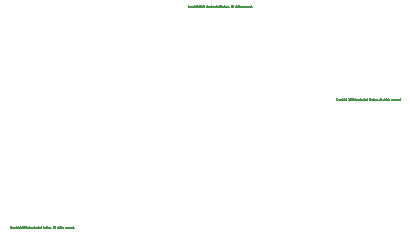
<source format=gbr>
G04 #@! TF.FileFunction,Other,Comment*
%FSLAX46Y46*%
G04 Gerber Fmt 4.6, Leading zero omitted, Abs format (unit mm)*
G04 Created by KiCad (PCBNEW 4.0.7-e2-6376~58~ubuntu16.04.1) date Mon Apr 16 03:32:28 2018*
%MOMM*%
%LPD*%
G01*
G04 APERTURE LIST*
%ADD10C,0.100000*%
%ADD11C,0.002000*%
G04 APERTURE END LIST*
D10*
D11*
X146194167Y-138246757D02*
X146188119Y-138252805D01*
X146169976Y-138258852D01*
X146157881Y-138258852D01*
X146139738Y-138252805D01*
X146127643Y-138240710D01*
X146121595Y-138228614D01*
X146115547Y-138204424D01*
X146115547Y-138186281D01*
X146121595Y-138162090D01*
X146127643Y-138149995D01*
X146139738Y-138137900D01*
X146157881Y-138131852D01*
X146169976Y-138131852D01*
X146188119Y-138137900D01*
X146194167Y-138143948D01*
X146266738Y-138258852D02*
X146254643Y-138252805D01*
X146248595Y-138246757D01*
X146242547Y-138234662D01*
X146242547Y-138198376D01*
X146248595Y-138186281D01*
X146254643Y-138180233D01*
X146266738Y-138174186D01*
X146284881Y-138174186D01*
X146296976Y-138180233D01*
X146303024Y-138186281D01*
X146309071Y-138198376D01*
X146309071Y-138234662D01*
X146303024Y-138246757D01*
X146296976Y-138252805D01*
X146284881Y-138258852D01*
X146266738Y-138258852D01*
X146363500Y-138174186D02*
X146363500Y-138301186D01*
X146363500Y-138180233D02*
X146375595Y-138174186D01*
X146399786Y-138174186D01*
X146411881Y-138180233D01*
X146417929Y-138186281D01*
X146423976Y-138198376D01*
X146423976Y-138234662D01*
X146417929Y-138246757D01*
X146411881Y-138252805D01*
X146399786Y-138258852D01*
X146375595Y-138258852D01*
X146363500Y-138252805D01*
X146466310Y-138174186D02*
X146496548Y-138258852D01*
X146526786Y-138174186D02*
X146496548Y-138258852D01*
X146484453Y-138289090D01*
X146478405Y-138295138D01*
X146466310Y-138301186D01*
X146575167Y-138258852D02*
X146575167Y-138174186D01*
X146575167Y-138198376D02*
X146581215Y-138186281D01*
X146587262Y-138180233D01*
X146599358Y-138174186D01*
X146611453Y-138174186D01*
X146653786Y-138258852D02*
X146653786Y-138174186D01*
X146653786Y-138131852D02*
X146647738Y-138137900D01*
X146653786Y-138143948D01*
X146659834Y-138137900D01*
X146653786Y-138131852D01*
X146653786Y-138143948D01*
X146768691Y-138174186D02*
X146768691Y-138276995D01*
X146762643Y-138289090D01*
X146756595Y-138295138D01*
X146744500Y-138301186D01*
X146726357Y-138301186D01*
X146714262Y-138295138D01*
X146768691Y-138252805D02*
X146756595Y-138258852D01*
X146732405Y-138258852D01*
X146720310Y-138252805D01*
X146714262Y-138246757D01*
X146708214Y-138234662D01*
X146708214Y-138198376D01*
X146714262Y-138186281D01*
X146720310Y-138180233D01*
X146732405Y-138174186D01*
X146756595Y-138174186D01*
X146768691Y-138180233D01*
X146829167Y-138258852D02*
X146829167Y-138131852D01*
X146883596Y-138258852D02*
X146883596Y-138192329D01*
X146877548Y-138180233D01*
X146865453Y-138174186D01*
X146847310Y-138174186D01*
X146835215Y-138180233D01*
X146829167Y-138186281D01*
X146925929Y-138174186D02*
X146974310Y-138174186D01*
X146944072Y-138131852D02*
X146944072Y-138240710D01*
X146950120Y-138252805D01*
X146962215Y-138258852D01*
X146974310Y-138258852D01*
X147107357Y-138143948D02*
X147113405Y-138137900D01*
X147125500Y-138131852D01*
X147155738Y-138131852D01*
X147167834Y-138137900D01*
X147173881Y-138143948D01*
X147179929Y-138156043D01*
X147179929Y-138168138D01*
X147173881Y-138186281D01*
X147101310Y-138258852D01*
X147179929Y-138258852D01*
X147258548Y-138131852D02*
X147270643Y-138131852D01*
X147282738Y-138137900D01*
X147288786Y-138143948D01*
X147294833Y-138156043D01*
X147300881Y-138180233D01*
X147300881Y-138210471D01*
X147294833Y-138234662D01*
X147288786Y-138246757D01*
X147282738Y-138252805D01*
X147270643Y-138258852D01*
X147258548Y-138258852D01*
X147246452Y-138252805D01*
X147240405Y-138246757D01*
X147234357Y-138234662D01*
X147228309Y-138210471D01*
X147228309Y-138180233D01*
X147234357Y-138156043D01*
X147240405Y-138143948D01*
X147246452Y-138137900D01*
X147258548Y-138131852D01*
X147421833Y-138258852D02*
X147349261Y-138258852D01*
X147385547Y-138258852D02*
X147385547Y-138131852D01*
X147373452Y-138149995D01*
X147361357Y-138162090D01*
X147349261Y-138168138D01*
X147530690Y-138131852D02*
X147506499Y-138131852D01*
X147494404Y-138137900D01*
X147488356Y-138143948D01*
X147476261Y-138162090D01*
X147470213Y-138186281D01*
X147470213Y-138234662D01*
X147476261Y-138246757D01*
X147482309Y-138252805D01*
X147494404Y-138258852D01*
X147518594Y-138258852D01*
X147530690Y-138252805D01*
X147536737Y-138246757D01*
X147542785Y-138234662D01*
X147542785Y-138204424D01*
X147536737Y-138192329D01*
X147530690Y-138186281D01*
X147518594Y-138180233D01*
X147494404Y-138180233D01*
X147482309Y-138186281D01*
X147476261Y-138192329D01*
X147470213Y-138204424D01*
X147687927Y-138222567D02*
X147748404Y-138222567D01*
X147675832Y-138258852D02*
X147718166Y-138131852D01*
X147760499Y-138258852D01*
X147857261Y-138252805D02*
X147845165Y-138258852D01*
X147820975Y-138258852D01*
X147808880Y-138252805D01*
X147802832Y-138246757D01*
X147796784Y-138234662D01*
X147796784Y-138198376D01*
X147802832Y-138186281D01*
X147808880Y-138180233D01*
X147820975Y-138174186D01*
X147845165Y-138174186D01*
X147857261Y-138180233D01*
X147966118Y-138252805D02*
X147954022Y-138258852D01*
X147929832Y-138258852D01*
X147917737Y-138252805D01*
X147911689Y-138246757D01*
X147905641Y-138234662D01*
X147905641Y-138198376D01*
X147911689Y-138186281D01*
X147917737Y-138180233D01*
X147929832Y-138174186D01*
X147954022Y-138174186D01*
X147966118Y-138180233D01*
X148068927Y-138252805D02*
X148056832Y-138258852D01*
X148032641Y-138258852D01*
X148020546Y-138252805D01*
X148014498Y-138240710D01*
X148014498Y-138192329D01*
X148020546Y-138180233D01*
X148032641Y-138174186D01*
X148056832Y-138174186D01*
X148068927Y-138180233D01*
X148074975Y-138192329D01*
X148074975Y-138204424D01*
X148014498Y-138216519D01*
X148147546Y-138258852D02*
X148135451Y-138252805D01*
X148129403Y-138240710D01*
X148129403Y-138131852D01*
X148244308Y-138252805D02*
X148232213Y-138258852D01*
X148208022Y-138258852D01*
X148195927Y-138252805D01*
X148189879Y-138240710D01*
X148189879Y-138192329D01*
X148195927Y-138180233D01*
X148208022Y-138174186D01*
X148232213Y-138174186D01*
X148244308Y-138180233D01*
X148250356Y-138192329D01*
X148250356Y-138204424D01*
X148189879Y-138216519D01*
X148304784Y-138258852D02*
X148304784Y-138174186D01*
X148304784Y-138198376D02*
X148310832Y-138186281D01*
X148316879Y-138180233D01*
X148328975Y-138174186D01*
X148341070Y-138174186D01*
X148437832Y-138258852D02*
X148437832Y-138192329D01*
X148431784Y-138180233D01*
X148419689Y-138174186D01*
X148395498Y-138174186D01*
X148383403Y-138180233D01*
X148437832Y-138252805D02*
X148425736Y-138258852D01*
X148395498Y-138258852D01*
X148383403Y-138252805D01*
X148377355Y-138240710D01*
X148377355Y-138228614D01*
X148383403Y-138216519D01*
X148395498Y-138210471D01*
X148425736Y-138210471D01*
X148437832Y-138204424D01*
X148480165Y-138174186D02*
X148528546Y-138174186D01*
X148498308Y-138131852D02*
X148498308Y-138240710D01*
X148504356Y-138252805D01*
X148516451Y-138258852D01*
X148528546Y-138258852D01*
X148619260Y-138252805D02*
X148607165Y-138258852D01*
X148582974Y-138258852D01*
X148570879Y-138252805D01*
X148564831Y-138240710D01*
X148564831Y-138192329D01*
X148570879Y-138180233D01*
X148582974Y-138174186D01*
X148607165Y-138174186D01*
X148619260Y-138180233D01*
X148625308Y-138192329D01*
X148625308Y-138204424D01*
X148564831Y-138216519D01*
X148734165Y-138258852D02*
X148734165Y-138131852D01*
X148734165Y-138252805D02*
X148722069Y-138258852D01*
X148697879Y-138258852D01*
X148685784Y-138252805D01*
X148679736Y-138246757D01*
X148673688Y-138234662D01*
X148673688Y-138198376D01*
X148679736Y-138186281D01*
X148685784Y-138180233D01*
X148697879Y-138174186D01*
X148722069Y-138174186D01*
X148734165Y-138180233D01*
X148891403Y-138258852D02*
X148891403Y-138131852D01*
X148921641Y-138131852D01*
X148939784Y-138137900D01*
X148951879Y-138149995D01*
X148957927Y-138162090D01*
X148963975Y-138186281D01*
X148963975Y-138204424D01*
X148957927Y-138228614D01*
X148951879Y-138240710D01*
X148939784Y-138252805D01*
X148921641Y-138258852D01*
X148891403Y-138258852D01*
X149066784Y-138252805D02*
X149054689Y-138258852D01*
X149030498Y-138258852D01*
X149018403Y-138252805D01*
X149012355Y-138240710D01*
X149012355Y-138192329D01*
X149018403Y-138180233D01*
X149030498Y-138174186D01*
X149054689Y-138174186D01*
X149066784Y-138180233D01*
X149072832Y-138192329D01*
X149072832Y-138204424D01*
X149012355Y-138216519D01*
X149121212Y-138252805D02*
X149133308Y-138258852D01*
X149157498Y-138258852D01*
X149169593Y-138252805D01*
X149175641Y-138240710D01*
X149175641Y-138234662D01*
X149169593Y-138222567D01*
X149157498Y-138216519D01*
X149139355Y-138216519D01*
X149127260Y-138210471D01*
X149121212Y-138198376D01*
X149121212Y-138192329D01*
X149127260Y-138180233D01*
X149139355Y-138174186D01*
X149157498Y-138174186D01*
X149169593Y-138180233D01*
X149230070Y-138258852D02*
X149230070Y-138174186D01*
X149230070Y-138131852D02*
X149224022Y-138137900D01*
X149230070Y-138143948D01*
X149236118Y-138137900D01*
X149230070Y-138131852D01*
X149230070Y-138143948D01*
X149344975Y-138174186D02*
X149344975Y-138276995D01*
X149338927Y-138289090D01*
X149332879Y-138295138D01*
X149320784Y-138301186D01*
X149302641Y-138301186D01*
X149290546Y-138295138D01*
X149344975Y-138252805D02*
X149332879Y-138258852D01*
X149308689Y-138258852D01*
X149296594Y-138252805D01*
X149290546Y-138246757D01*
X149284498Y-138234662D01*
X149284498Y-138198376D01*
X149290546Y-138186281D01*
X149296594Y-138180233D01*
X149308689Y-138174186D01*
X149332879Y-138174186D01*
X149344975Y-138180233D01*
X149405451Y-138174186D02*
X149405451Y-138258852D01*
X149405451Y-138186281D02*
X149411499Y-138180233D01*
X149423594Y-138174186D01*
X149441737Y-138174186D01*
X149453832Y-138180233D01*
X149459880Y-138192329D01*
X149459880Y-138258852D01*
X149514308Y-138252805D02*
X149526404Y-138258852D01*
X149550594Y-138258852D01*
X149562689Y-138252805D01*
X149568737Y-138240710D01*
X149568737Y-138234662D01*
X149562689Y-138222567D01*
X149550594Y-138216519D01*
X149532451Y-138216519D01*
X149520356Y-138210471D01*
X149514308Y-138198376D01*
X149514308Y-138192329D01*
X149520356Y-138180233D01*
X149532451Y-138174186D01*
X149550594Y-138174186D01*
X149562689Y-138180233D01*
X149623166Y-138246757D02*
X149629214Y-138252805D01*
X149623166Y-138258852D01*
X149617118Y-138252805D01*
X149623166Y-138246757D01*
X149623166Y-138258852D01*
X149774356Y-138222567D02*
X149834833Y-138222567D01*
X149762261Y-138258852D02*
X149804595Y-138131852D01*
X149846928Y-138258852D01*
X149907404Y-138258852D02*
X149895309Y-138252805D01*
X149889261Y-138240710D01*
X149889261Y-138131852D01*
X149973928Y-138258852D02*
X149961833Y-138252805D01*
X149955785Y-138240710D01*
X149955785Y-138131852D01*
X150119071Y-138258852D02*
X150119071Y-138174186D01*
X150119071Y-138198376D02*
X150125119Y-138186281D01*
X150131166Y-138180233D01*
X150143262Y-138174186D01*
X150155357Y-138174186D01*
X150197690Y-138258852D02*
X150197690Y-138174186D01*
X150197690Y-138131852D02*
X150191642Y-138137900D01*
X150197690Y-138143948D01*
X150203738Y-138137900D01*
X150197690Y-138131852D01*
X150197690Y-138143948D01*
X150312595Y-138174186D02*
X150312595Y-138276995D01*
X150306547Y-138289090D01*
X150300499Y-138295138D01*
X150288404Y-138301186D01*
X150270261Y-138301186D01*
X150258166Y-138295138D01*
X150312595Y-138252805D02*
X150300499Y-138258852D01*
X150276309Y-138258852D01*
X150264214Y-138252805D01*
X150258166Y-138246757D01*
X150252118Y-138234662D01*
X150252118Y-138198376D01*
X150258166Y-138186281D01*
X150264214Y-138180233D01*
X150276309Y-138174186D01*
X150300499Y-138174186D01*
X150312595Y-138180233D01*
X150373071Y-138258852D02*
X150373071Y-138131852D01*
X150427500Y-138258852D02*
X150427500Y-138192329D01*
X150421452Y-138180233D01*
X150409357Y-138174186D01*
X150391214Y-138174186D01*
X150379119Y-138180233D01*
X150373071Y-138186281D01*
X150469833Y-138174186D02*
X150518214Y-138174186D01*
X150487976Y-138131852D02*
X150487976Y-138240710D01*
X150494024Y-138252805D01*
X150506119Y-138258852D01*
X150518214Y-138258852D01*
X150554499Y-138252805D02*
X150566595Y-138258852D01*
X150590785Y-138258852D01*
X150602880Y-138252805D01*
X150608928Y-138240710D01*
X150608928Y-138234662D01*
X150602880Y-138222567D01*
X150590785Y-138216519D01*
X150572642Y-138216519D01*
X150560547Y-138210471D01*
X150554499Y-138198376D01*
X150554499Y-138192329D01*
X150560547Y-138180233D01*
X150572642Y-138174186D01*
X150590785Y-138174186D01*
X150602880Y-138180233D01*
X150760119Y-138258852D02*
X150760119Y-138174186D01*
X150760119Y-138198376D02*
X150766167Y-138186281D01*
X150772214Y-138180233D01*
X150784310Y-138174186D01*
X150796405Y-138174186D01*
X150887119Y-138252805D02*
X150875024Y-138258852D01*
X150850833Y-138258852D01*
X150838738Y-138252805D01*
X150832690Y-138240710D01*
X150832690Y-138192329D01*
X150838738Y-138180233D01*
X150850833Y-138174186D01*
X150875024Y-138174186D01*
X150887119Y-138180233D01*
X150893167Y-138192329D01*
X150893167Y-138204424D01*
X150832690Y-138216519D01*
X150941547Y-138252805D02*
X150953643Y-138258852D01*
X150977833Y-138258852D01*
X150989928Y-138252805D01*
X150995976Y-138240710D01*
X150995976Y-138234662D01*
X150989928Y-138222567D01*
X150977833Y-138216519D01*
X150959690Y-138216519D01*
X150947595Y-138210471D01*
X150941547Y-138198376D01*
X150941547Y-138192329D01*
X150947595Y-138180233D01*
X150959690Y-138174186D01*
X150977833Y-138174186D01*
X150989928Y-138180233D01*
X151098786Y-138252805D02*
X151086691Y-138258852D01*
X151062500Y-138258852D01*
X151050405Y-138252805D01*
X151044357Y-138240710D01*
X151044357Y-138192329D01*
X151050405Y-138180233D01*
X151062500Y-138174186D01*
X151086691Y-138174186D01*
X151098786Y-138180233D01*
X151104834Y-138192329D01*
X151104834Y-138204424D01*
X151044357Y-138216519D01*
X151159262Y-138258852D02*
X151159262Y-138174186D01*
X151159262Y-138198376D02*
X151165310Y-138186281D01*
X151171357Y-138180233D01*
X151183453Y-138174186D01*
X151195548Y-138174186D01*
X151225786Y-138174186D02*
X151256024Y-138258852D01*
X151286262Y-138174186D01*
X151383024Y-138252805D02*
X151370929Y-138258852D01*
X151346738Y-138258852D01*
X151334643Y-138252805D01*
X151328595Y-138240710D01*
X151328595Y-138192329D01*
X151334643Y-138180233D01*
X151346738Y-138174186D01*
X151370929Y-138174186D01*
X151383024Y-138180233D01*
X151389072Y-138192329D01*
X151389072Y-138204424D01*
X151328595Y-138216519D01*
X151497929Y-138258852D02*
X151497929Y-138131852D01*
X151497929Y-138252805D02*
X151485833Y-138258852D01*
X151461643Y-138258852D01*
X151449548Y-138252805D01*
X151443500Y-138246757D01*
X151437452Y-138234662D01*
X151437452Y-138198376D01*
X151443500Y-138186281D01*
X151449548Y-138180233D01*
X151461643Y-138174186D01*
X151485833Y-138174186D01*
X151497929Y-138180233D01*
X151558405Y-138246757D02*
X151564453Y-138252805D01*
X151558405Y-138258852D01*
X151552357Y-138252805D01*
X151558405Y-138246757D01*
X151558405Y-138258852D01*
X158760166Y-146103358D02*
X158754118Y-146109406D01*
X158735975Y-146115453D01*
X158723880Y-146115453D01*
X158705737Y-146109406D01*
X158693642Y-146097311D01*
X158687594Y-146085215D01*
X158681546Y-146061025D01*
X158681546Y-146042882D01*
X158687594Y-146018691D01*
X158693642Y-146006596D01*
X158705737Y-145994501D01*
X158723880Y-145988453D01*
X158735975Y-145988453D01*
X158754118Y-145994501D01*
X158760166Y-146000549D01*
X158832737Y-146115453D02*
X158820642Y-146109406D01*
X158814594Y-146103358D01*
X158808546Y-146091263D01*
X158808546Y-146054977D01*
X158814594Y-146042882D01*
X158820642Y-146036834D01*
X158832737Y-146030787D01*
X158850880Y-146030787D01*
X158862975Y-146036834D01*
X158869023Y-146042882D01*
X158875070Y-146054977D01*
X158875070Y-146091263D01*
X158869023Y-146103358D01*
X158862975Y-146109406D01*
X158850880Y-146115453D01*
X158832737Y-146115453D01*
X158929499Y-146030787D02*
X158929499Y-146157787D01*
X158929499Y-146036834D02*
X158941594Y-146030787D01*
X158965785Y-146030787D01*
X158977880Y-146036834D01*
X158983928Y-146042882D01*
X158989975Y-146054977D01*
X158989975Y-146091263D01*
X158983928Y-146103358D01*
X158977880Y-146109406D01*
X158965785Y-146115453D01*
X158941594Y-146115453D01*
X158929499Y-146109406D01*
X159032309Y-146030787D02*
X159062547Y-146115453D01*
X159092785Y-146030787D02*
X159062547Y-146115453D01*
X159050452Y-146145691D01*
X159044404Y-146151739D01*
X159032309Y-146157787D01*
X159141166Y-146115453D02*
X159141166Y-146030787D01*
X159141166Y-146054977D02*
X159147214Y-146042882D01*
X159153261Y-146036834D01*
X159165357Y-146030787D01*
X159177452Y-146030787D01*
X159219785Y-146115453D02*
X159219785Y-146030787D01*
X159219785Y-145988453D02*
X159213737Y-145994501D01*
X159219785Y-146000549D01*
X159225833Y-145994501D01*
X159219785Y-145988453D01*
X159219785Y-146000549D01*
X159334690Y-146030787D02*
X159334690Y-146133596D01*
X159328642Y-146145691D01*
X159322594Y-146151739D01*
X159310499Y-146157787D01*
X159292356Y-146157787D01*
X159280261Y-146151739D01*
X159334690Y-146109406D02*
X159322594Y-146115453D01*
X159298404Y-146115453D01*
X159286309Y-146109406D01*
X159280261Y-146103358D01*
X159274213Y-146091263D01*
X159274213Y-146054977D01*
X159280261Y-146042882D01*
X159286309Y-146036834D01*
X159298404Y-146030787D01*
X159322594Y-146030787D01*
X159334690Y-146036834D01*
X159395166Y-146115453D02*
X159395166Y-145988453D01*
X159449595Y-146115453D02*
X159449595Y-146048930D01*
X159443547Y-146036834D01*
X159431452Y-146030787D01*
X159413309Y-146030787D01*
X159401214Y-146036834D01*
X159395166Y-146042882D01*
X159491928Y-146030787D02*
X159540309Y-146030787D01*
X159510071Y-145988453D02*
X159510071Y-146097311D01*
X159516119Y-146109406D01*
X159528214Y-146115453D01*
X159540309Y-146115453D01*
X159673356Y-146000549D02*
X159679404Y-145994501D01*
X159691499Y-145988453D01*
X159721737Y-145988453D01*
X159733833Y-145994501D01*
X159739880Y-146000549D01*
X159745928Y-146012644D01*
X159745928Y-146024739D01*
X159739880Y-146042882D01*
X159667309Y-146115453D01*
X159745928Y-146115453D01*
X159824547Y-145988453D02*
X159836642Y-145988453D01*
X159848737Y-145994501D01*
X159854785Y-146000549D01*
X159860832Y-146012644D01*
X159866880Y-146036834D01*
X159866880Y-146067072D01*
X159860832Y-146091263D01*
X159854785Y-146103358D01*
X159848737Y-146109406D01*
X159836642Y-146115453D01*
X159824547Y-146115453D01*
X159812451Y-146109406D01*
X159806404Y-146103358D01*
X159800356Y-146091263D01*
X159794308Y-146067072D01*
X159794308Y-146036834D01*
X159800356Y-146012644D01*
X159806404Y-146000549D01*
X159812451Y-145994501D01*
X159824547Y-145988453D01*
X159987832Y-146115453D02*
X159915260Y-146115453D01*
X159951546Y-146115453D02*
X159951546Y-145988453D01*
X159939451Y-146006596D01*
X159927356Y-146018691D01*
X159915260Y-146024739D01*
X160096689Y-145988453D02*
X160072498Y-145988453D01*
X160060403Y-145994501D01*
X160054355Y-146000549D01*
X160042260Y-146018691D01*
X160036212Y-146042882D01*
X160036212Y-146091263D01*
X160042260Y-146103358D01*
X160048308Y-146109406D01*
X160060403Y-146115453D01*
X160084593Y-146115453D01*
X160096689Y-146109406D01*
X160102736Y-146103358D01*
X160108784Y-146091263D01*
X160108784Y-146061025D01*
X160102736Y-146048930D01*
X160096689Y-146042882D01*
X160084593Y-146036834D01*
X160060403Y-146036834D01*
X160048308Y-146042882D01*
X160042260Y-146048930D01*
X160036212Y-146061025D01*
X160253926Y-146079168D02*
X160314403Y-146079168D01*
X160241831Y-146115453D02*
X160284165Y-145988453D01*
X160326498Y-146115453D01*
X160423260Y-146109406D02*
X160411164Y-146115453D01*
X160386974Y-146115453D01*
X160374879Y-146109406D01*
X160368831Y-146103358D01*
X160362783Y-146091263D01*
X160362783Y-146054977D01*
X160368831Y-146042882D01*
X160374879Y-146036834D01*
X160386974Y-146030787D01*
X160411164Y-146030787D01*
X160423260Y-146036834D01*
X160532117Y-146109406D02*
X160520021Y-146115453D01*
X160495831Y-146115453D01*
X160483736Y-146109406D01*
X160477688Y-146103358D01*
X160471640Y-146091263D01*
X160471640Y-146054977D01*
X160477688Y-146042882D01*
X160483736Y-146036834D01*
X160495831Y-146030787D01*
X160520021Y-146030787D01*
X160532117Y-146036834D01*
X160634926Y-146109406D02*
X160622831Y-146115453D01*
X160598640Y-146115453D01*
X160586545Y-146109406D01*
X160580497Y-146097311D01*
X160580497Y-146048930D01*
X160586545Y-146036834D01*
X160598640Y-146030787D01*
X160622831Y-146030787D01*
X160634926Y-146036834D01*
X160640974Y-146048930D01*
X160640974Y-146061025D01*
X160580497Y-146073120D01*
X160713545Y-146115453D02*
X160701450Y-146109406D01*
X160695402Y-146097311D01*
X160695402Y-145988453D01*
X160810307Y-146109406D02*
X160798212Y-146115453D01*
X160774021Y-146115453D01*
X160761926Y-146109406D01*
X160755878Y-146097311D01*
X160755878Y-146048930D01*
X160761926Y-146036834D01*
X160774021Y-146030787D01*
X160798212Y-146030787D01*
X160810307Y-146036834D01*
X160816355Y-146048930D01*
X160816355Y-146061025D01*
X160755878Y-146073120D01*
X160870783Y-146115453D02*
X160870783Y-146030787D01*
X160870783Y-146054977D02*
X160876831Y-146042882D01*
X160882878Y-146036834D01*
X160894974Y-146030787D01*
X160907069Y-146030787D01*
X161003831Y-146115453D02*
X161003831Y-146048930D01*
X160997783Y-146036834D01*
X160985688Y-146030787D01*
X160961497Y-146030787D01*
X160949402Y-146036834D01*
X161003831Y-146109406D02*
X160991735Y-146115453D01*
X160961497Y-146115453D01*
X160949402Y-146109406D01*
X160943354Y-146097311D01*
X160943354Y-146085215D01*
X160949402Y-146073120D01*
X160961497Y-146067072D01*
X160991735Y-146067072D01*
X161003831Y-146061025D01*
X161046164Y-146030787D02*
X161094545Y-146030787D01*
X161064307Y-145988453D02*
X161064307Y-146097311D01*
X161070355Y-146109406D01*
X161082450Y-146115453D01*
X161094545Y-146115453D01*
X161185259Y-146109406D02*
X161173164Y-146115453D01*
X161148973Y-146115453D01*
X161136878Y-146109406D01*
X161130830Y-146097311D01*
X161130830Y-146048930D01*
X161136878Y-146036834D01*
X161148973Y-146030787D01*
X161173164Y-146030787D01*
X161185259Y-146036834D01*
X161191307Y-146048930D01*
X161191307Y-146061025D01*
X161130830Y-146073120D01*
X161300164Y-146115453D02*
X161300164Y-145988453D01*
X161300164Y-146109406D02*
X161288068Y-146115453D01*
X161263878Y-146115453D01*
X161251783Y-146109406D01*
X161245735Y-146103358D01*
X161239687Y-146091263D01*
X161239687Y-146054977D01*
X161245735Y-146042882D01*
X161251783Y-146036834D01*
X161263878Y-146030787D01*
X161288068Y-146030787D01*
X161300164Y-146036834D01*
X161457402Y-146115453D02*
X161457402Y-145988453D01*
X161487640Y-145988453D01*
X161505783Y-145994501D01*
X161517878Y-146006596D01*
X161523926Y-146018691D01*
X161529974Y-146042882D01*
X161529974Y-146061025D01*
X161523926Y-146085215D01*
X161517878Y-146097311D01*
X161505783Y-146109406D01*
X161487640Y-146115453D01*
X161457402Y-146115453D01*
X161632783Y-146109406D02*
X161620688Y-146115453D01*
X161596497Y-146115453D01*
X161584402Y-146109406D01*
X161578354Y-146097311D01*
X161578354Y-146048930D01*
X161584402Y-146036834D01*
X161596497Y-146030787D01*
X161620688Y-146030787D01*
X161632783Y-146036834D01*
X161638831Y-146048930D01*
X161638831Y-146061025D01*
X161578354Y-146073120D01*
X161687211Y-146109406D02*
X161699307Y-146115453D01*
X161723497Y-146115453D01*
X161735592Y-146109406D01*
X161741640Y-146097311D01*
X161741640Y-146091263D01*
X161735592Y-146079168D01*
X161723497Y-146073120D01*
X161705354Y-146073120D01*
X161693259Y-146067072D01*
X161687211Y-146054977D01*
X161687211Y-146048930D01*
X161693259Y-146036834D01*
X161705354Y-146030787D01*
X161723497Y-146030787D01*
X161735592Y-146036834D01*
X161796069Y-146115453D02*
X161796069Y-146030787D01*
X161796069Y-145988453D02*
X161790021Y-145994501D01*
X161796069Y-146000549D01*
X161802117Y-145994501D01*
X161796069Y-145988453D01*
X161796069Y-146000549D01*
X161910974Y-146030787D02*
X161910974Y-146133596D01*
X161904926Y-146145691D01*
X161898878Y-146151739D01*
X161886783Y-146157787D01*
X161868640Y-146157787D01*
X161856545Y-146151739D01*
X161910974Y-146109406D02*
X161898878Y-146115453D01*
X161874688Y-146115453D01*
X161862593Y-146109406D01*
X161856545Y-146103358D01*
X161850497Y-146091263D01*
X161850497Y-146054977D01*
X161856545Y-146042882D01*
X161862593Y-146036834D01*
X161874688Y-146030787D01*
X161898878Y-146030787D01*
X161910974Y-146036834D01*
X161971450Y-146030787D02*
X161971450Y-146115453D01*
X161971450Y-146042882D02*
X161977498Y-146036834D01*
X161989593Y-146030787D01*
X162007736Y-146030787D01*
X162019831Y-146036834D01*
X162025879Y-146048930D01*
X162025879Y-146115453D01*
X162080307Y-146109406D02*
X162092403Y-146115453D01*
X162116593Y-146115453D01*
X162128688Y-146109406D01*
X162134736Y-146097311D01*
X162134736Y-146091263D01*
X162128688Y-146079168D01*
X162116593Y-146073120D01*
X162098450Y-146073120D01*
X162086355Y-146067072D01*
X162080307Y-146054977D01*
X162080307Y-146048930D01*
X162086355Y-146036834D01*
X162098450Y-146030787D01*
X162116593Y-146030787D01*
X162128688Y-146036834D01*
X162189165Y-146103358D02*
X162195213Y-146109406D01*
X162189165Y-146115453D01*
X162183117Y-146109406D01*
X162189165Y-146103358D01*
X162189165Y-146115453D01*
X162340355Y-146079168D02*
X162400832Y-146079168D01*
X162328260Y-146115453D02*
X162370594Y-145988453D01*
X162412927Y-146115453D01*
X162473403Y-146115453D02*
X162461308Y-146109406D01*
X162455260Y-146097311D01*
X162455260Y-145988453D01*
X162539927Y-146115453D02*
X162527832Y-146109406D01*
X162521784Y-146097311D01*
X162521784Y-145988453D01*
X162685070Y-146115453D02*
X162685070Y-146030787D01*
X162685070Y-146054977D02*
X162691118Y-146042882D01*
X162697165Y-146036834D01*
X162709261Y-146030787D01*
X162721356Y-146030787D01*
X162763689Y-146115453D02*
X162763689Y-146030787D01*
X162763689Y-145988453D02*
X162757641Y-145994501D01*
X162763689Y-146000549D01*
X162769737Y-145994501D01*
X162763689Y-145988453D01*
X162763689Y-146000549D01*
X162878594Y-146030787D02*
X162878594Y-146133596D01*
X162872546Y-146145691D01*
X162866498Y-146151739D01*
X162854403Y-146157787D01*
X162836260Y-146157787D01*
X162824165Y-146151739D01*
X162878594Y-146109406D02*
X162866498Y-146115453D01*
X162842308Y-146115453D01*
X162830213Y-146109406D01*
X162824165Y-146103358D01*
X162818117Y-146091263D01*
X162818117Y-146054977D01*
X162824165Y-146042882D01*
X162830213Y-146036834D01*
X162842308Y-146030787D01*
X162866498Y-146030787D01*
X162878594Y-146036834D01*
X162939070Y-146115453D02*
X162939070Y-145988453D01*
X162993499Y-146115453D02*
X162993499Y-146048930D01*
X162987451Y-146036834D01*
X162975356Y-146030787D01*
X162957213Y-146030787D01*
X162945118Y-146036834D01*
X162939070Y-146042882D01*
X163035832Y-146030787D02*
X163084213Y-146030787D01*
X163053975Y-145988453D02*
X163053975Y-146097311D01*
X163060023Y-146109406D01*
X163072118Y-146115453D01*
X163084213Y-146115453D01*
X163120498Y-146109406D02*
X163132594Y-146115453D01*
X163156784Y-146115453D01*
X163168879Y-146109406D01*
X163174927Y-146097311D01*
X163174927Y-146091263D01*
X163168879Y-146079168D01*
X163156784Y-146073120D01*
X163138641Y-146073120D01*
X163126546Y-146067072D01*
X163120498Y-146054977D01*
X163120498Y-146048930D01*
X163126546Y-146036834D01*
X163138641Y-146030787D01*
X163156784Y-146030787D01*
X163168879Y-146036834D01*
X163326118Y-146115453D02*
X163326118Y-146030787D01*
X163326118Y-146054977D02*
X163332166Y-146042882D01*
X163338213Y-146036834D01*
X163350309Y-146030787D01*
X163362404Y-146030787D01*
X163453118Y-146109406D02*
X163441023Y-146115453D01*
X163416832Y-146115453D01*
X163404737Y-146109406D01*
X163398689Y-146097311D01*
X163398689Y-146048930D01*
X163404737Y-146036834D01*
X163416832Y-146030787D01*
X163441023Y-146030787D01*
X163453118Y-146036834D01*
X163459166Y-146048930D01*
X163459166Y-146061025D01*
X163398689Y-146073120D01*
X163507546Y-146109406D02*
X163519642Y-146115453D01*
X163543832Y-146115453D01*
X163555927Y-146109406D01*
X163561975Y-146097311D01*
X163561975Y-146091263D01*
X163555927Y-146079168D01*
X163543832Y-146073120D01*
X163525689Y-146073120D01*
X163513594Y-146067072D01*
X163507546Y-146054977D01*
X163507546Y-146048930D01*
X163513594Y-146036834D01*
X163525689Y-146030787D01*
X163543832Y-146030787D01*
X163555927Y-146036834D01*
X163664785Y-146109406D02*
X163652690Y-146115453D01*
X163628499Y-146115453D01*
X163616404Y-146109406D01*
X163610356Y-146097311D01*
X163610356Y-146048930D01*
X163616404Y-146036834D01*
X163628499Y-146030787D01*
X163652690Y-146030787D01*
X163664785Y-146036834D01*
X163670833Y-146048930D01*
X163670833Y-146061025D01*
X163610356Y-146073120D01*
X163725261Y-146115453D02*
X163725261Y-146030787D01*
X163725261Y-146054977D02*
X163731309Y-146042882D01*
X163737356Y-146036834D01*
X163749452Y-146030787D01*
X163761547Y-146030787D01*
X163791785Y-146030787D02*
X163822023Y-146115453D01*
X163852261Y-146030787D01*
X163949023Y-146109406D02*
X163936928Y-146115453D01*
X163912737Y-146115453D01*
X163900642Y-146109406D01*
X163894594Y-146097311D01*
X163894594Y-146048930D01*
X163900642Y-146036834D01*
X163912737Y-146030787D01*
X163936928Y-146030787D01*
X163949023Y-146036834D01*
X163955071Y-146048930D01*
X163955071Y-146061025D01*
X163894594Y-146073120D01*
X164063928Y-146115453D02*
X164063928Y-145988453D01*
X164063928Y-146109406D02*
X164051832Y-146115453D01*
X164027642Y-146115453D01*
X164015547Y-146109406D01*
X164009499Y-146103358D01*
X164003451Y-146091263D01*
X164003451Y-146054977D01*
X164009499Y-146042882D01*
X164015547Y-146036834D01*
X164027642Y-146030787D01*
X164051832Y-146030787D01*
X164063928Y-146036834D01*
X164124404Y-146103358D02*
X164130452Y-146109406D01*
X164124404Y-146115453D01*
X164118356Y-146109406D01*
X164124404Y-146103358D01*
X164124404Y-146115453D01*
X131137666Y-156961858D02*
X131131618Y-156967906D01*
X131113475Y-156973953D01*
X131101380Y-156973953D01*
X131083237Y-156967906D01*
X131071142Y-156955811D01*
X131065094Y-156943715D01*
X131059046Y-156919525D01*
X131059046Y-156901382D01*
X131065094Y-156877191D01*
X131071142Y-156865096D01*
X131083237Y-156853001D01*
X131101380Y-156846953D01*
X131113475Y-156846953D01*
X131131618Y-156853001D01*
X131137666Y-156859049D01*
X131210237Y-156973953D02*
X131198142Y-156967906D01*
X131192094Y-156961858D01*
X131186046Y-156949763D01*
X131186046Y-156913477D01*
X131192094Y-156901382D01*
X131198142Y-156895334D01*
X131210237Y-156889287D01*
X131228380Y-156889287D01*
X131240475Y-156895334D01*
X131246523Y-156901382D01*
X131252570Y-156913477D01*
X131252570Y-156949763D01*
X131246523Y-156961858D01*
X131240475Y-156967906D01*
X131228380Y-156973953D01*
X131210237Y-156973953D01*
X131306999Y-156889287D02*
X131306999Y-157016287D01*
X131306999Y-156895334D02*
X131319094Y-156889287D01*
X131343285Y-156889287D01*
X131355380Y-156895334D01*
X131361428Y-156901382D01*
X131367475Y-156913477D01*
X131367475Y-156949763D01*
X131361428Y-156961858D01*
X131355380Y-156967906D01*
X131343285Y-156973953D01*
X131319094Y-156973953D01*
X131306999Y-156967906D01*
X131409809Y-156889287D02*
X131440047Y-156973953D01*
X131470285Y-156889287D02*
X131440047Y-156973953D01*
X131427952Y-157004191D01*
X131421904Y-157010239D01*
X131409809Y-157016287D01*
X131518666Y-156973953D02*
X131518666Y-156889287D01*
X131518666Y-156913477D02*
X131524714Y-156901382D01*
X131530761Y-156895334D01*
X131542857Y-156889287D01*
X131554952Y-156889287D01*
X131597285Y-156973953D02*
X131597285Y-156889287D01*
X131597285Y-156846953D02*
X131591237Y-156853001D01*
X131597285Y-156859049D01*
X131603333Y-156853001D01*
X131597285Y-156846953D01*
X131597285Y-156859049D01*
X131712190Y-156889287D02*
X131712190Y-156992096D01*
X131706142Y-157004191D01*
X131700094Y-157010239D01*
X131687999Y-157016287D01*
X131669856Y-157016287D01*
X131657761Y-157010239D01*
X131712190Y-156967906D02*
X131700094Y-156973953D01*
X131675904Y-156973953D01*
X131663809Y-156967906D01*
X131657761Y-156961858D01*
X131651713Y-156949763D01*
X131651713Y-156913477D01*
X131657761Y-156901382D01*
X131663809Y-156895334D01*
X131675904Y-156889287D01*
X131700094Y-156889287D01*
X131712190Y-156895334D01*
X131772666Y-156973953D02*
X131772666Y-156846953D01*
X131827095Y-156973953D02*
X131827095Y-156907430D01*
X131821047Y-156895334D01*
X131808952Y-156889287D01*
X131790809Y-156889287D01*
X131778714Y-156895334D01*
X131772666Y-156901382D01*
X131869428Y-156889287D02*
X131917809Y-156889287D01*
X131887571Y-156846953D02*
X131887571Y-156955811D01*
X131893619Y-156967906D01*
X131905714Y-156973953D01*
X131917809Y-156973953D01*
X132050856Y-156859049D02*
X132056904Y-156853001D01*
X132068999Y-156846953D01*
X132099237Y-156846953D01*
X132111333Y-156853001D01*
X132117380Y-156859049D01*
X132123428Y-156871144D01*
X132123428Y-156883239D01*
X132117380Y-156901382D01*
X132044809Y-156973953D01*
X132123428Y-156973953D01*
X132202047Y-156846953D02*
X132214142Y-156846953D01*
X132226237Y-156853001D01*
X132232285Y-156859049D01*
X132238332Y-156871144D01*
X132244380Y-156895334D01*
X132244380Y-156925572D01*
X132238332Y-156949763D01*
X132232285Y-156961858D01*
X132226237Y-156967906D01*
X132214142Y-156973953D01*
X132202047Y-156973953D01*
X132189951Y-156967906D01*
X132183904Y-156961858D01*
X132177856Y-156949763D01*
X132171808Y-156925572D01*
X132171808Y-156895334D01*
X132177856Y-156871144D01*
X132183904Y-156859049D01*
X132189951Y-156853001D01*
X132202047Y-156846953D01*
X132365332Y-156973953D02*
X132292760Y-156973953D01*
X132329046Y-156973953D02*
X132329046Y-156846953D01*
X132316951Y-156865096D01*
X132304856Y-156877191D01*
X132292760Y-156883239D01*
X132474189Y-156846953D02*
X132449998Y-156846953D01*
X132437903Y-156853001D01*
X132431855Y-156859049D01*
X132419760Y-156877191D01*
X132413712Y-156901382D01*
X132413712Y-156949763D01*
X132419760Y-156961858D01*
X132425808Y-156967906D01*
X132437903Y-156973953D01*
X132462093Y-156973953D01*
X132474189Y-156967906D01*
X132480236Y-156961858D01*
X132486284Y-156949763D01*
X132486284Y-156919525D01*
X132480236Y-156907430D01*
X132474189Y-156901382D01*
X132462093Y-156895334D01*
X132437903Y-156895334D01*
X132425808Y-156901382D01*
X132419760Y-156907430D01*
X132413712Y-156919525D01*
X132631426Y-156937668D02*
X132691903Y-156937668D01*
X132619331Y-156973953D02*
X132661665Y-156846953D01*
X132703998Y-156973953D01*
X132800760Y-156967906D02*
X132788664Y-156973953D01*
X132764474Y-156973953D01*
X132752379Y-156967906D01*
X132746331Y-156961858D01*
X132740283Y-156949763D01*
X132740283Y-156913477D01*
X132746331Y-156901382D01*
X132752379Y-156895334D01*
X132764474Y-156889287D01*
X132788664Y-156889287D01*
X132800760Y-156895334D01*
X132909617Y-156967906D02*
X132897521Y-156973953D01*
X132873331Y-156973953D01*
X132861236Y-156967906D01*
X132855188Y-156961858D01*
X132849140Y-156949763D01*
X132849140Y-156913477D01*
X132855188Y-156901382D01*
X132861236Y-156895334D01*
X132873331Y-156889287D01*
X132897521Y-156889287D01*
X132909617Y-156895334D01*
X133012426Y-156967906D02*
X133000331Y-156973953D01*
X132976140Y-156973953D01*
X132964045Y-156967906D01*
X132957997Y-156955811D01*
X132957997Y-156907430D01*
X132964045Y-156895334D01*
X132976140Y-156889287D01*
X133000331Y-156889287D01*
X133012426Y-156895334D01*
X133018474Y-156907430D01*
X133018474Y-156919525D01*
X132957997Y-156931620D01*
X133091045Y-156973953D02*
X133078950Y-156967906D01*
X133072902Y-156955811D01*
X133072902Y-156846953D01*
X133187807Y-156967906D02*
X133175712Y-156973953D01*
X133151521Y-156973953D01*
X133139426Y-156967906D01*
X133133378Y-156955811D01*
X133133378Y-156907430D01*
X133139426Y-156895334D01*
X133151521Y-156889287D01*
X133175712Y-156889287D01*
X133187807Y-156895334D01*
X133193855Y-156907430D01*
X133193855Y-156919525D01*
X133133378Y-156931620D01*
X133248283Y-156973953D02*
X133248283Y-156889287D01*
X133248283Y-156913477D02*
X133254331Y-156901382D01*
X133260378Y-156895334D01*
X133272474Y-156889287D01*
X133284569Y-156889287D01*
X133381331Y-156973953D02*
X133381331Y-156907430D01*
X133375283Y-156895334D01*
X133363188Y-156889287D01*
X133338997Y-156889287D01*
X133326902Y-156895334D01*
X133381331Y-156967906D02*
X133369235Y-156973953D01*
X133338997Y-156973953D01*
X133326902Y-156967906D01*
X133320854Y-156955811D01*
X133320854Y-156943715D01*
X133326902Y-156931620D01*
X133338997Y-156925572D01*
X133369235Y-156925572D01*
X133381331Y-156919525D01*
X133423664Y-156889287D02*
X133472045Y-156889287D01*
X133441807Y-156846953D02*
X133441807Y-156955811D01*
X133447855Y-156967906D01*
X133459950Y-156973953D01*
X133472045Y-156973953D01*
X133562759Y-156967906D02*
X133550664Y-156973953D01*
X133526473Y-156973953D01*
X133514378Y-156967906D01*
X133508330Y-156955811D01*
X133508330Y-156907430D01*
X133514378Y-156895334D01*
X133526473Y-156889287D01*
X133550664Y-156889287D01*
X133562759Y-156895334D01*
X133568807Y-156907430D01*
X133568807Y-156919525D01*
X133508330Y-156931620D01*
X133677664Y-156973953D02*
X133677664Y-156846953D01*
X133677664Y-156967906D02*
X133665568Y-156973953D01*
X133641378Y-156973953D01*
X133629283Y-156967906D01*
X133623235Y-156961858D01*
X133617187Y-156949763D01*
X133617187Y-156913477D01*
X133623235Y-156901382D01*
X133629283Y-156895334D01*
X133641378Y-156889287D01*
X133665568Y-156889287D01*
X133677664Y-156895334D01*
X133834902Y-156973953D02*
X133834902Y-156846953D01*
X133865140Y-156846953D01*
X133883283Y-156853001D01*
X133895378Y-156865096D01*
X133901426Y-156877191D01*
X133907474Y-156901382D01*
X133907474Y-156919525D01*
X133901426Y-156943715D01*
X133895378Y-156955811D01*
X133883283Y-156967906D01*
X133865140Y-156973953D01*
X133834902Y-156973953D01*
X134010283Y-156967906D02*
X133998188Y-156973953D01*
X133973997Y-156973953D01*
X133961902Y-156967906D01*
X133955854Y-156955811D01*
X133955854Y-156907430D01*
X133961902Y-156895334D01*
X133973997Y-156889287D01*
X133998188Y-156889287D01*
X134010283Y-156895334D01*
X134016331Y-156907430D01*
X134016331Y-156919525D01*
X133955854Y-156931620D01*
X134064711Y-156967906D02*
X134076807Y-156973953D01*
X134100997Y-156973953D01*
X134113092Y-156967906D01*
X134119140Y-156955811D01*
X134119140Y-156949763D01*
X134113092Y-156937668D01*
X134100997Y-156931620D01*
X134082854Y-156931620D01*
X134070759Y-156925572D01*
X134064711Y-156913477D01*
X134064711Y-156907430D01*
X134070759Y-156895334D01*
X134082854Y-156889287D01*
X134100997Y-156889287D01*
X134113092Y-156895334D01*
X134173569Y-156973953D02*
X134173569Y-156889287D01*
X134173569Y-156846953D02*
X134167521Y-156853001D01*
X134173569Y-156859049D01*
X134179617Y-156853001D01*
X134173569Y-156846953D01*
X134173569Y-156859049D01*
X134288474Y-156889287D02*
X134288474Y-156992096D01*
X134282426Y-157004191D01*
X134276378Y-157010239D01*
X134264283Y-157016287D01*
X134246140Y-157016287D01*
X134234045Y-157010239D01*
X134288474Y-156967906D02*
X134276378Y-156973953D01*
X134252188Y-156973953D01*
X134240093Y-156967906D01*
X134234045Y-156961858D01*
X134227997Y-156949763D01*
X134227997Y-156913477D01*
X134234045Y-156901382D01*
X134240093Y-156895334D01*
X134252188Y-156889287D01*
X134276378Y-156889287D01*
X134288474Y-156895334D01*
X134348950Y-156889287D02*
X134348950Y-156973953D01*
X134348950Y-156901382D02*
X134354998Y-156895334D01*
X134367093Y-156889287D01*
X134385236Y-156889287D01*
X134397331Y-156895334D01*
X134403379Y-156907430D01*
X134403379Y-156973953D01*
X134457807Y-156967906D02*
X134469903Y-156973953D01*
X134494093Y-156973953D01*
X134506188Y-156967906D01*
X134512236Y-156955811D01*
X134512236Y-156949763D01*
X134506188Y-156937668D01*
X134494093Y-156931620D01*
X134475950Y-156931620D01*
X134463855Y-156925572D01*
X134457807Y-156913477D01*
X134457807Y-156907430D01*
X134463855Y-156895334D01*
X134475950Y-156889287D01*
X134494093Y-156889287D01*
X134506188Y-156895334D01*
X134566665Y-156961858D02*
X134572713Y-156967906D01*
X134566665Y-156973953D01*
X134560617Y-156967906D01*
X134566665Y-156961858D01*
X134566665Y-156973953D01*
X134717855Y-156937668D02*
X134778332Y-156937668D01*
X134705760Y-156973953D02*
X134748094Y-156846953D01*
X134790427Y-156973953D01*
X134850903Y-156973953D02*
X134838808Y-156967906D01*
X134832760Y-156955811D01*
X134832760Y-156846953D01*
X134917427Y-156973953D02*
X134905332Y-156967906D01*
X134899284Y-156955811D01*
X134899284Y-156846953D01*
X135062570Y-156973953D02*
X135062570Y-156889287D01*
X135062570Y-156913477D02*
X135068618Y-156901382D01*
X135074665Y-156895334D01*
X135086761Y-156889287D01*
X135098856Y-156889287D01*
X135141189Y-156973953D02*
X135141189Y-156889287D01*
X135141189Y-156846953D02*
X135135141Y-156853001D01*
X135141189Y-156859049D01*
X135147237Y-156853001D01*
X135141189Y-156846953D01*
X135141189Y-156859049D01*
X135256094Y-156889287D02*
X135256094Y-156992096D01*
X135250046Y-157004191D01*
X135243998Y-157010239D01*
X135231903Y-157016287D01*
X135213760Y-157016287D01*
X135201665Y-157010239D01*
X135256094Y-156967906D02*
X135243998Y-156973953D01*
X135219808Y-156973953D01*
X135207713Y-156967906D01*
X135201665Y-156961858D01*
X135195617Y-156949763D01*
X135195617Y-156913477D01*
X135201665Y-156901382D01*
X135207713Y-156895334D01*
X135219808Y-156889287D01*
X135243998Y-156889287D01*
X135256094Y-156895334D01*
X135316570Y-156973953D02*
X135316570Y-156846953D01*
X135370999Y-156973953D02*
X135370999Y-156907430D01*
X135364951Y-156895334D01*
X135352856Y-156889287D01*
X135334713Y-156889287D01*
X135322618Y-156895334D01*
X135316570Y-156901382D01*
X135413332Y-156889287D02*
X135461713Y-156889287D01*
X135431475Y-156846953D02*
X135431475Y-156955811D01*
X135437523Y-156967906D01*
X135449618Y-156973953D01*
X135461713Y-156973953D01*
X135497998Y-156967906D02*
X135510094Y-156973953D01*
X135534284Y-156973953D01*
X135546379Y-156967906D01*
X135552427Y-156955811D01*
X135552427Y-156949763D01*
X135546379Y-156937668D01*
X135534284Y-156931620D01*
X135516141Y-156931620D01*
X135504046Y-156925572D01*
X135497998Y-156913477D01*
X135497998Y-156907430D01*
X135504046Y-156895334D01*
X135516141Y-156889287D01*
X135534284Y-156889287D01*
X135546379Y-156895334D01*
X135703618Y-156973953D02*
X135703618Y-156889287D01*
X135703618Y-156913477D02*
X135709666Y-156901382D01*
X135715713Y-156895334D01*
X135727809Y-156889287D01*
X135739904Y-156889287D01*
X135830618Y-156967906D02*
X135818523Y-156973953D01*
X135794332Y-156973953D01*
X135782237Y-156967906D01*
X135776189Y-156955811D01*
X135776189Y-156907430D01*
X135782237Y-156895334D01*
X135794332Y-156889287D01*
X135818523Y-156889287D01*
X135830618Y-156895334D01*
X135836666Y-156907430D01*
X135836666Y-156919525D01*
X135776189Y-156931620D01*
X135885046Y-156967906D02*
X135897142Y-156973953D01*
X135921332Y-156973953D01*
X135933427Y-156967906D01*
X135939475Y-156955811D01*
X135939475Y-156949763D01*
X135933427Y-156937668D01*
X135921332Y-156931620D01*
X135903189Y-156931620D01*
X135891094Y-156925572D01*
X135885046Y-156913477D01*
X135885046Y-156907430D01*
X135891094Y-156895334D01*
X135903189Y-156889287D01*
X135921332Y-156889287D01*
X135933427Y-156895334D01*
X136042285Y-156967906D02*
X136030190Y-156973953D01*
X136005999Y-156973953D01*
X135993904Y-156967906D01*
X135987856Y-156955811D01*
X135987856Y-156907430D01*
X135993904Y-156895334D01*
X136005999Y-156889287D01*
X136030190Y-156889287D01*
X136042285Y-156895334D01*
X136048333Y-156907430D01*
X136048333Y-156919525D01*
X135987856Y-156931620D01*
X136102761Y-156973953D02*
X136102761Y-156889287D01*
X136102761Y-156913477D02*
X136108809Y-156901382D01*
X136114856Y-156895334D01*
X136126952Y-156889287D01*
X136139047Y-156889287D01*
X136169285Y-156889287D02*
X136199523Y-156973953D01*
X136229761Y-156889287D01*
X136326523Y-156967906D02*
X136314428Y-156973953D01*
X136290237Y-156973953D01*
X136278142Y-156967906D01*
X136272094Y-156955811D01*
X136272094Y-156907430D01*
X136278142Y-156895334D01*
X136290237Y-156889287D01*
X136314428Y-156889287D01*
X136326523Y-156895334D01*
X136332571Y-156907430D01*
X136332571Y-156919525D01*
X136272094Y-156931620D01*
X136441428Y-156973953D02*
X136441428Y-156846953D01*
X136441428Y-156967906D02*
X136429332Y-156973953D01*
X136405142Y-156973953D01*
X136393047Y-156967906D01*
X136386999Y-156961858D01*
X136380951Y-156949763D01*
X136380951Y-156913477D01*
X136386999Y-156901382D01*
X136393047Y-156895334D01*
X136405142Y-156889287D01*
X136429332Y-156889287D01*
X136441428Y-156895334D01*
X136501904Y-156961858D02*
X136507952Y-156967906D01*
X136501904Y-156973953D01*
X136495856Y-156967906D01*
X136501904Y-156961858D01*
X136501904Y-156973953D01*
M02*

</source>
